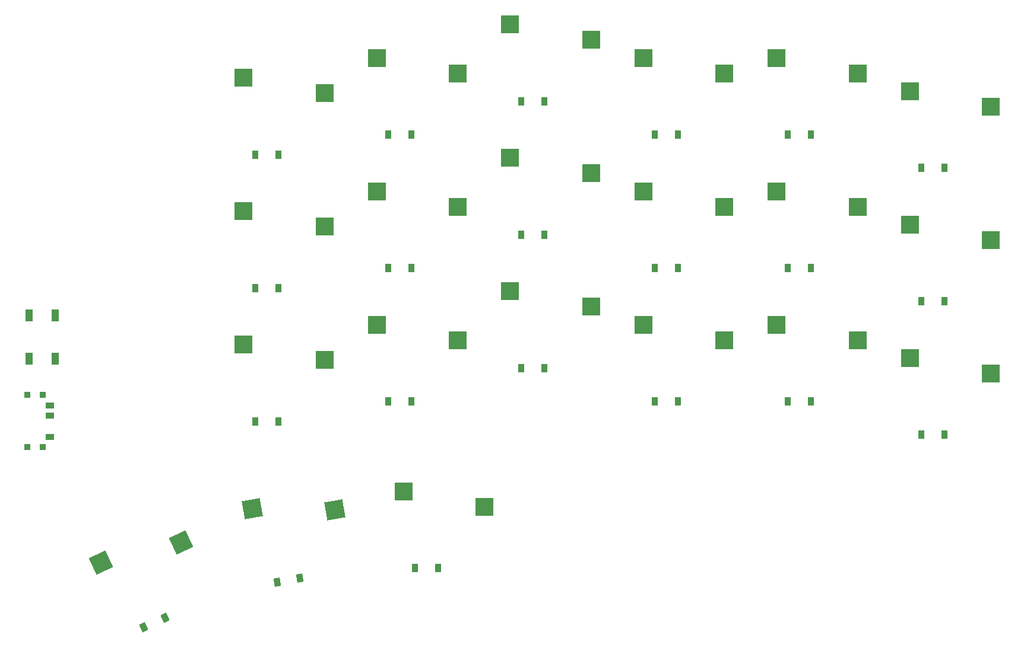
<source format=gbr>
%TF.GenerationSoftware,KiCad,Pcbnew,7.0.9*%
%TF.CreationDate,2024-08-18T04:48:34-07:00*%
%TF.ProjectId,right,72696768-742e-46b6-9963-61645f706362,v1.0.0*%
%TF.SameCoordinates,Original*%
%TF.FileFunction,Paste,Bot*%
%TF.FilePolarity,Positive*%
%FSLAX46Y46*%
G04 Gerber Fmt 4.6, Leading zero omitted, Abs format (unit mm)*
G04 Created by KiCad (PCBNEW 7.0.9) date 2024-08-18 04:48:34*
%MOMM*%
%LPD*%
G01*
G04 APERTURE LIST*
G04 Aperture macros list*
%AMRotRect*
0 Rectangle, with rotation*
0 The origin of the aperture is its center*
0 $1 length*
0 $2 width*
0 $3 Rotation angle, in degrees counterclockwise*
0 Add horizontal line*
21,1,$1,$2,0,0,$3*%
G04 Aperture macros list end*
%ADD10RotRect,2.600000X2.600000X25.000000*%
%ADD11RotRect,2.600000X2.600000X10.000000*%
%ADD12R,2.600000X2.600000*%
%ADD13RotRect,0.900000X1.200000X25.000000*%
%ADD14RotRect,0.900000X1.200000X10.000000*%
%ADD15R,0.900000X1.200000*%
%ADD16R,1.100000X1.800000*%
%ADD17R,1.250000X0.900000*%
%ADD18R,0.900000X0.900000*%
G04 APERTURE END LIST*
D10*
%TO.C,S1*%
X152874055Y-175197498D03*
X164271670Y-172310135D03*
%TD*%
D11*
%TO.C,S2*%
X174482655Y-167487897D03*
X186239210Y-167648837D03*
%TD*%
D12*
%TO.C,S3*%
X196025400Y-165030100D03*
X207575400Y-167230100D03*
%TD*%
%TO.C,S4*%
X268215400Y-145980100D03*
X279765400Y-148180100D03*
%TD*%
%TO.C,S5*%
X268215400Y-126930100D03*
X279765400Y-129130100D03*
%TD*%
%TO.C,S6*%
X268215400Y-107880100D03*
X279765400Y-110080100D03*
%TD*%
%TO.C,S7*%
X249215400Y-141217600D03*
X260765400Y-143417600D03*
%TD*%
%TO.C,S8*%
X249215400Y-122167600D03*
X260765400Y-124367600D03*
%TD*%
%TO.C,S9*%
X249215400Y-103117600D03*
X260765400Y-105317600D03*
%TD*%
%TO.C,S10*%
X230215400Y-141217600D03*
X241765400Y-143417600D03*
%TD*%
%TO.C,S11*%
X230215400Y-122167600D03*
X241765400Y-124367600D03*
%TD*%
%TO.C,S12*%
X230215400Y-103117600D03*
X241765400Y-105317600D03*
%TD*%
%TO.C,S13*%
X211215400Y-136455100D03*
X222765400Y-138655100D03*
%TD*%
%TO.C,S14*%
X211215400Y-117405100D03*
X222765400Y-119605100D03*
%TD*%
%TO.C,S15*%
X211215400Y-98355100D03*
X222765400Y-100555100D03*
%TD*%
%TO.C,S16*%
X192215400Y-141217600D03*
X203765400Y-143417600D03*
%TD*%
%TO.C,S17*%
X192215400Y-122167600D03*
X203765400Y-124367600D03*
%TD*%
%TO.C,S18*%
X192215400Y-103117600D03*
X203765400Y-105317600D03*
%TD*%
%TO.C,S19*%
X173215400Y-144075100D03*
X184765400Y-146275100D03*
%TD*%
%TO.C,S20*%
X173215400Y-125025100D03*
X184765400Y-127225100D03*
%TD*%
%TO.C,S21*%
X173215400Y-105975100D03*
X184765400Y-108175100D03*
%TD*%
D13*
%TO.C,D1*%
X161965291Y-183040174D03*
X158974475Y-184434814D03*
%TD*%
D14*
%TO.C,D2*%
X181234281Y-177416325D03*
X177984415Y-177989363D03*
%TD*%
D15*
%TO.C,D3*%
X200950400Y-175980100D03*
X197650400Y-175980100D03*
%TD*%
%TO.C,D4*%
X273140400Y-156930100D03*
X269840400Y-156930100D03*
%TD*%
%TO.C,D5*%
X273140400Y-137880100D03*
X269840400Y-137880100D03*
%TD*%
%TO.C,D6*%
X273140400Y-118830100D03*
X269840400Y-118830100D03*
%TD*%
%TO.C,D7*%
X254140400Y-152167600D03*
X250840400Y-152167600D03*
%TD*%
%TO.C,D8*%
X254140400Y-133117600D03*
X250840400Y-133117600D03*
%TD*%
%TO.C,D9*%
X254140400Y-114067600D03*
X250840400Y-114067600D03*
%TD*%
%TO.C,D10*%
X235140400Y-152167600D03*
X231840400Y-152167600D03*
%TD*%
%TO.C,D11*%
X235140400Y-133117600D03*
X231840400Y-133117600D03*
%TD*%
%TO.C,D12*%
X235140400Y-114067600D03*
X231840400Y-114067600D03*
%TD*%
%TO.C,D13*%
X216140400Y-147405100D03*
X212840400Y-147405100D03*
%TD*%
%TO.C,D14*%
X216140400Y-128355100D03*
X212840400Y-128355100D03*
%TD*%
%TO.C,D15*%
X216140400Y-109305100D03*
X212840400Y-109305100D03*
%TD*%
%TO.C,D16*%
X197140400Y-152167600D03*
X193840400Y-152167600D03*
%TD*%
%TO.C,D17*%
X197140400Y-133117600D03*
X193840400Y-133117600D03*
%TD*%
%TO.C,D18*%
X197140400Y-114067600D03*
X193840400Y-114067600D03*
%TD*%
%TO.C,D19*%
X178140400Y-155025100D03*
X174840400Y-155025100D03*
%TD*%
%TO.C,D20*%
X178140400Y-135975100D03*
X174840400Y-135975100D03*
%TD*%
%TO.C,D21*%
X178140400Y-116925100D03*
X174840400Y-116925100D03*
%TD*%
D16*
%TO.C,B1*%
X142640400Y-146075100D03*
X142640400Y-139875100D03*
X146340400Y-146075100D03*
X146340400Y-139875100D03*
%TD*%
D17*
%TO.C,T1*%
X145565400Y-157225100D03*
X145565400Y-154225100D03*
X145565400Y-152725100D03*
D18*
X142390400Y-151275100D03*
X144590400Y-151275100D03*
X144590400Y-158675100D03*
X142390400Y-158675100D03*
%TD*%
M02*

</source>
